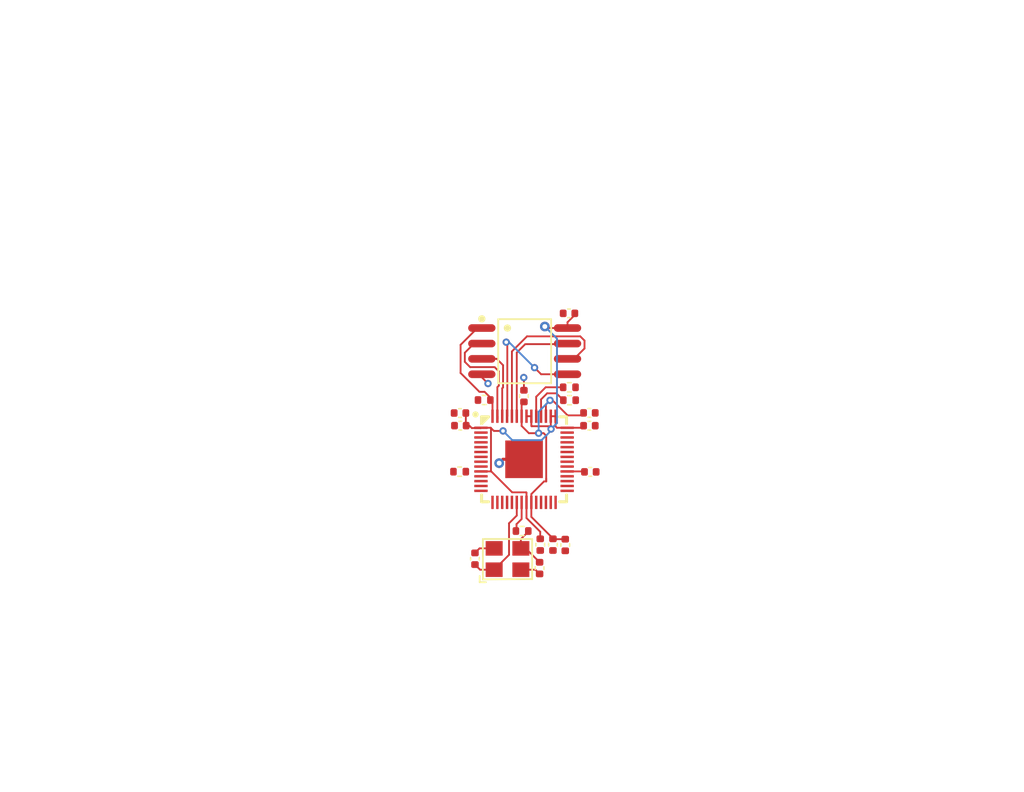
<source format=kicad_pcb>
(kicad_pcb (version 20240108) (generator "pcbnew") (generator_version "8.0")
  (layers (0 "F.Cu" signal) (31 "B.Cu" signal) (34 "B.Paste" user) (35 "F.Paste" user) (36 "B.SilkS" user "B.Silkscreen") (37 "F.SilkS" user "F.Silkscreen") (38 "B.Mask" user) (39 "F.Mask" user) (44 "Edge.Cuts" user))
  (net 0 "")
  (net 1 "cs")
  (net 2 "io1")
  (net 3 "io2")
  (net 4 "gnd")
  (net 5 "vcc")
  (net 6 "io3")
  (net 7 "sck")
  (net 8 "io0")
  (net 9 "xout")
  (net 10 "out")
  (net 11 "cs-1")
  (net 12 "dp")
  (net 13 "dm")
  (net 14 "tx")
  (net 15 "run")
  (net 16 "xin")
  (net 17 "gpio0")
  (net 18 "gpio1")
  (net 19 "gpio2")
  (net 20 "gpio3")
  (net 21 "rx")
  (net 22 "sda")
  (net 23 "gpio6")
  (net 24 "gpio7")
  (net 25 "miso")
  (net 26 "scl")
  (net 27 "sck-1")
  (net 28 "mosi")
  (net 29 "gpio12")
  (net 30 "gpio13")
  (net 31 "gpio14")
  (net 32 "gpio15")
  (net 33 "micro-vcc")
  (net 34 "swclk")
  (net 35 "swdio")
  (net 36 "gpio16")
  (net 37 "gpio17")
  (net 38 "gpio18")
  (net 39 "gpio19")
  (net 40 "gpio22")
  (net 41 "gpio23")
  (net 42 "gpio24")
  (net 43 "gpio25")
  (net 44 "gpio26_a0")
  (net 45 "gpio27_a1")
  (net 46 "gpio28_a2")
  (net 47 "gpio29_a3")
  (net 48 "usb_dp")
  (net 49 "usb_dm")
  (footprint "lib:R0402" (layer "F.Cu") (at 153.238523 96.556834)
    (property "Reference" "R4" (hide yes))
    (property "Value" "62.5mW Thick Film Resistors ±100ppm/℃ ±1% 27Ω 0402  Chip Resistor - Surface Mount ROHS")
    (fp_line (start -0.153641 -0.38) (end 0.153641 -0.38) (stroke (width 0.12)) (layer "F.SilkS"))
    (fp_line (start -0.153641 0.38) (end 0.153641 0.38) (stroke (width 0.12)) (layer "F.SilkS"))
    (pad "1" smd roundrect (at -0.51 0) (size 0.54 0.64) (layers "F.Cu" "F.Paste" "F.Mask") (net 48 "usb_dp"))
    (pad "2" smd roundrect (at 0.51 0) (size 0.54 0.64) (layers "F.Cu" "F.Paste" "F.Mask") (net 12 "dp"))
  )
  (footprint "lib:R0402" (layer "F.Cu") (at 146.222798 97.605869)
    (property "Reference" "R2" (hide yes))
    (property "Value" "62.5mW Thick Film Resistors ±100ppm/℃ ±1% 10kΩ 0402  Chip Resistor - Surface Mount ROHS")
    (fp_line (start -0.153641 -0.38) (end 0.153641 -0.38) (stroke (width 0.12)) (layer "F.SilkS"))
    (fp_line (start -0.153641 0.38) (end 0.153641 0.38) (stroke (width 0.12)) (layer "F.SilkS"))
    (pad "1" smd roundrect (at -0.51 0) (size 0.54 0.64) (layers "F.Cu" "F.Paste" "F.Mask") (net 5 "vcc"))
    (pad "2" smd roundrect (at 0.51 0) (size 0.54 0.64) (layers "F.Cu" "F.Paste" "F.Mask") (net 11 "cs-1"))
  )
  (footprint "lib:C0402" (layer "F.Cu") (at 144.230348 98.677681 180)
    (property "Reference" "C5" (hide yes))
    (property "Value" "16V 100nF X7R ±10% 0402  Multilayer Ceramic Capacitors MLCC - SMD/SMT ROHS")
    (fp_line (start -0.107836 0.36) (end 0.107836 0.36) (stroke (width 0.12)) (layer "F.SilkS"))
    (fp_line (start -0.107836 -0.36) (end 0.107836 -0.36) (stroke (width 0.12)) (layer "F.SilkS"))
    (pad "1" smd roundrect (at -0.48 0 180) (size 0.56 0.62) (layers "F.Cu" "F.Paste" "F.Mask") (net 5 "vcc"))
    (pad "2" smd roundrect (at 0.48 0 180) (size 0.56 0.62) (layers "F.Cu" "F.Paste" "F.Mask") (net 4 "gnd"))
  )
  (footprint "lib:C0402" (layer "F.Cu") (at 145.464172 110.689988 90)
    (property "Reference" "C1" (hide yes))
    (property "Value" "50V 20pF C0G ±5% 0402  Multilayer Ceramic Capacitors MLCC - SMD/SMT ROHS" (hide yes))
    (fp_line (start -0.107836 -0.36) (end 0.107836 -0.36) (stroke (width 0.12)) (layer "F.SilkS"))
    (fp_line (start -0.107836 0.36) (end 0.107836 0.36) (stroke (width 0.12)) (layer "F.SilkS"))
    (pad "1" smd roundrect (at -0.48 0 90) (size 0.56 0.62) (layers "F.Cu" "F.Paste" "F.Mask") (net 16 "xin"))
    (pad "2" smd roundrect (at 0.48 0 90) (size 0.56 0.62) (layers "F.Cu" "F.Paste" "F.Mask") (net 4 "gnd"))
  )
  (footprint "lib:C0402" (layer "F.Cu") (at 154.96603 103.52919)
    (property "Reference" "C7" (hide yes))
    (property "Value" "16V 100nF X7R ±10% 0402  Multilayer Ceramic Capacitors MLCC - SMD/SMT ROHS")
    (fp_line (start -0.107836 -0.36) (end 0.107836 -0.36) (stroke (width 0.12)) (layer "F.SilkS"))
    (fp_line (start -0.107836 0.36) (end 0.107836 0.36) (stroke (width 0.12)) (layer "F.SilkS"))
    (pad "1" smd roundrect (at -0.48 0) (size 0.56 0.62) (layers "F.Cu" "F.Paste" "F.Mask") (net 5 "vcc"))
    (pad "2" smd roundrect (at 0.48 0) (size 0.56 0.62) (layers "F.Cu" "F.Paste" "F.Mask") (net 4 "gnd"))
  )
  (footprint "lib:C0402" (layer "F.Cu") (at 151.887643 109.527776 -90)
    (property "Reference" "C11" (hide yes))
    (property "Value" "16V 100nF X7R ±10% 0402  Multilayer Ceramic Capacitors MLCC - SMD/SMT ROHS" (hide yes))
    (fp_line (start -0.107836 0.36) (end 0.107836 0.36) (stroke (width 0.12)) (layer "F.SilkS"))
    (fp_line (start -0.107836 -0.36) (end 0.107836 -0.36) (stroke (width 0.12)) (layer "F.SilkS"))
    (pad "1" smd roundrect (at -0.48 0 270) (size 0.56 0.62) (layers "F.Cu" "F.Paste" "F.Mask") (net 33 "micro-vcc"))
    (pad "2" smd roundrect (at 0.48 0 270) (size 0.56 0.62) (layers "F.Cu" "F.Paste" "F.Mask") (net 4 "gnd"))
  )
  (footprint "lib:C0402" (layer "F.Cu") (at 154.890423 98.666141)
    (property "Reference" "C10" (hide yes))
    (property "Value" "16V 100nF X7R ±10% 0402  Multilayer Ceramic Capacitors MLCC - SMD/SMT ROHS")
    (fp_line (start -0.107836 -0.36) (end 0.107836 -0.36) (stroke (width 0.12)) (layer "F.SilkS"))
    (fp_line (start -0.107836 0.36) (end 0.107836 0.36) (stroke (width 0.12)) (layer "F.SilkS"))
    (pad "1" smd roundrect (at -0.48 0) (size 0.56 0.62) (layers "F.Cu" "F.Paste" "F.Mask") (net 33 "micro-vcc"))
    (pad "2" smd roundrect (at 0.48 0) (size 0.56 0.62) (layers "F.Cu" "F.Paste" "F.Mask") (net 4 "gnd"))
  )
  (footprint "lib:C0402" (layer "F.Cu") (at 149.497096 97.281717 90)
    (property "Reference" "C9" (hide yes))
    (property "Value" "16V 100nF X7R ±10% 0402  Multilayer Ceramic Capacitors MLCC - SMD/SMT ROHS")
    (fp_line (start -0.107836 -0.36) (end 0.107836 -0.36) (stroke (width 0.12)) (layer "F.SilkS"))
    (fp_line (start -0.107836 0.36) (end 0.107836 0.36) (stroke (width 0.12)) (layer "F.SilkS"))
    (pad "1" smd roundrect (at -0.48 0 90) (size 0.56 0.62) (layers "F.Cu" "F.Paste" "F.Mask") (net 33 "micro-vcc"))
    (pad "2" smd roundrect (at 0.48 0 90) (size 0.56 0.62) (layers "F.Cu" "F.Paste" "F.Mask") (net 4 "gnd"))
  )
  (footprint "lib:C0402" (layer "F.Cu") (at 152.901847 109.556211 -90)
    (property "Reference" "C12" (hide yes))
    (property "Value" "25V 1uF X5R ±10% 0402  Multilayer Ceramic Capacitors MLCC - SMD/SMT ROHS" (hide yes))
    (fp_line (start -0.107836 0.36) (end 0.107836 0.36) (stroke (width 0.12)) (layer "F.SilkS"))
    (fp_line (start -0.107836 -0.36) (end 0.107836 -0.36) (stroke (width 0.12)) (layer "F.SilkS"))
    (pad "1" smd roundrect (at -0.48 0 270) (size 0.56 0.62) (layers "F.Cu" "F.Paste" "F.Mask") (net 33 "micro-vcc"))
    (pad "2" smd roundrect (at 0.48 0 270) (size 0.56 0.62) (layers "F.Cu" "F.Paste" "F.Mask") (net 4 "gnd"))
  )
  (footprint "lib:C0402" (layer "F.Cu") (at 150.788293 111.459917 -90)
    (property "Reference" "C2" (hide yes))
    (property "Value" "50V 20pF C0G ±5% 0402  Multilayer Ceramic Capacitors MLCC - SMD/SMT ROHS" (hide yes))
    (fp_line (start -0.107836 0.36) (end 0.107836 0.36) (stroke (width 0.12)) (layer "F.SilkS"))
    (fp_line (start -0.107836 -0.36) (end 0.107836 -0.36) (stroke (width 0.12)) (layer "F.SilkS"))
    (pad "1" smd roundrect (at -0.48 0 270) (size 0.56 0.62) (layers "F.Cu" "F.Paste" "F.Mask") (net 10 "out"))
    (pad "2" smd roundrect (at 0.48 0 270) (size 0.56 0.62) (layers "F.Cu" "F.Paste" "F.Mask") (net 4 "gnd"))
  )
  (footprint "lib:R0402" (layer "F.Cu") (at 153.251479 97.619289 180)
    (property "Reference" "R5" (hide yes))
    (property "Value" "62.5mW Thick Film Resistors ±100ppm/℃ ±1% 27Ω 0402  Chip Resistor - Surface Mount ROHS")
    (fp_line (start -0.153641 0.38) (end 0.153641 0.38) (stroke (width 0.12)) (layer "F.SilkS"))
    (fp_line (start -0.153641 -0.38) (end 0.153641 -0.38) (stroke (width 0.12)) (layer "F.SilkS"))
    (pad "1" smd roundrect (at -0.51 0 180) (size 0.54 0.64) (layers "F.Cu" "F.Paste" "F.Mask") (net 13 "dm"))
    (pad "2" smd roundrect (at 0.51 0 180) (size 0.54 0.64) (layers "F.Cu" "F.Paste" "F.Mask") (net 49 "usb_dm"))
  )
  (footprint "lib:OSC-SMD_4P-L3.2-W2.5-BL" (layer "F.Cu") (at 148.145228 110.713217)
    (property "Reference" "U2" (hide yes))
    (property "Value" "")
    (fp_line (start -2.29 1.4) (end -2.29 1.91) (stroke (width 0.15)) (layer "F.SilkS"))
    (fp_line (start -2.29 1.91) (end -1.78 1.91) (stroke (width 0.15)) (layer "F.SilkS"))
    (fp_line (start -2.03 -1.65) (end 2.03 -1.65) (stroke (width 0.15)) (layer "F.SilkS"))
    (fp_line (start -2.03 1.68) (end -2.03 -1.65) (stroke (width 0.15)) (layer "F.SilkS"))
    (fp_line (start 2.03 -1.65) (end 2.03 0) (stroke (width 0.15)) (layer "F.SilkS"))
    (fp_line (start 2.03 0) (end 2.03 1.65) (stroke (width 0.15)) (layer "F.SilkS"))
    (fp_line (start 2.03 1.65) (end -2.03 1.68) (stroke (width 0.15)) (layer "F.SilkS"))
    (fp_line (start 2.03 1.65) (end 2.03 1.65) (stroke (width 0.15)) (layer "F.SilkS"))
    (pad "1" smd rect (at -1.1 0.88) (size 1.4 1.2) (layers "F.Cu" "F.Paste" "F.Mask") (net 16 "xin"))
    (pad "2" smd rect (at 1.1 0.88) (size 1.4 1.2) (layers "F.Cu" "F.Paste" "F.Mask") (net 4 "gnd"))
    (pad "3" smd rect (at 1.1 -0.88) (size 1.4 1.2) (layers "F.Cu" "F.Paste" "F.Mask") (net 10 "out"))
    (pad "4" smd rect (at -1.1 -0.88) (size 1.4 1.2) (layers "F.Cu" "F.Paste" "F.Mask") (net 4 "gnd"))
  )
  (footprint "lib:C0402" (layer "F.Cu") (at 153.210635 90.46119 180)
    (property "Reference" "C8" (hide yes))
    (property "Value" "25V 1uF X5R ±10% 0402  Multilayer Ceramic Capacitors MLCC - SMD/SMT ROHS")
    (fp_line (start -0.107836 0.36) (end 0.107836 0.36) (stroke (width 0.12)) (layer "F.SilkS"))
    (fp_line (start -0.107836 -0.36) (end 0.107836 -0.36) (stroke (width 0.12)) (layer "F.SilkS"))
    (pad "1" smd roundrect (at -0.48 0 180) (size 0.56 0.62) (layers "F.Cu" "F.Paste" "F.Mask") (net 5 "vcc"))
    (pad "2" smd roundrect (at 0.48 0 180) (size 0.56 0.62) (layers "F.Cu" "F.Paste" "F.Mask") (net 4 "gnd"))
  )
  (footprint "lib:R0402" (layer "F.Cu") (at 149.347255 108.40503)
    (property "Reference" "R3" (hide yes))
    (property "Value" "62.5mW Thick Film Resistors ±100ppm/℃ ±1% 1kΩ 0402  Chip Resistor - Surface Mount ROHS")
    (fp_line (start -0.153641 -0.38) (end 0.153641 -0.38) (stroke (width 0.12)) (layer "F.SilkS"))
    (fp_line (start -0.153641 0.38) (end 0.153641 0.38) (stroke (width 0.12)) (layer "F.SilkS"))
    (pad "1" smd roundrect (at -0.51 0) (size 0.54 0.64) (layers "F.Cu" "F.Paste" "F.Mask") (net 9 "xout"))
    (pad "2" smd roundrect (at 0.51 0) (size 0.54 0.64) (layers "F.Cu" "F.Paste" "F.Mask") (net 10 "out"))
  )
  (footprint "lib:C0402" (layer "F.Cu") (at 150.840688 109.527776 -90)
    (property "Reference" "C3" (hide yes))
    (property "Value" "16V 100nF X7R ±10% 0402  Multilayer Ceramic Capacitors MLCC - SMD/SMT ROHS" (hide yes))
    (fp_line (start -0.107836 0.36) (end 0.107836 0.36) (stroke (width 0.12)) (layer "F.SilkS"))
    (fp_line (start -0.107836 -0.36) (end 0.107836 -0.36) (stroke (width 0.12)) (layer "F.SilkS"))
    (pad "1" smd roundrect (at -0.48 0 270) (size 0.56 0.62) (layers "F.Cu" "F.Paste" "F.Mask") (net 5 "vcc"))
    (pad "2" smd roundrect (at 0.48 0 270) (size 0.56 0.62) (layers "F.Cu" "F.Paste" "F.Mask") (net 4 "gnd"))
  )
  (footprint "lib:LQFN-56_L7.0-W7.0-P0.4-EP" (layer "F.Cu") (at 149.508194 102.491658)
    (property "Reference" "U1" (hide yes))
    (property "Value" "")
    (fp_line (start -3.5 -3.5) (end -2.93 -3.5) (stroke (width 0.25)) (layer "F.SilkS"))
    (fp_line (start -3.5 -2.93) (end -3.5 -3.5) (stroke (width 0.25)) (layer "F.SilkS"))
    (fp_line (start -3.5 -2.93) (end -2.93 -3.5) (stroke (width 0.25)) (layer "F.SilkS"))
    (fp_line (start -3.5 3.5) (end -3.5 2.93) (stroke (width 0.25)) (layer "F.SilkS"))
    (fp_line (start -3.4 3.5) (end -3.5 3.5) (stroke (width 0.25)) (layer "F.SilkS"))
    (fp_line (start -3.24 -3.5) (end -3.24 -3.4) (stroke (width 0.25)) (layer "F.SilkS"))
    (fp_line (start -3.24 -3.4) (end -3.5 -3.14) (stroke (width 0.25)) (layer "F.SilkS"))
    (fp_line (start -2.93 3.5) (end -3.4 3.5) (stroke (width 0.25)) (layer "F.SilkS"))
    (fp_line (start 2.93 -3.5) (end 3.5 -3.5) (stroke (width 0.25)) (layer "F.SilkS"))
    (fp_line (start 3.5 -3.5) (end 3.5 -2.93) (stroke (width 0.25)) (layer "F.SilkS"))
    (fp_line (start 3.5 2.93) (end 3.5 3.5) (stroke (width 0.25)) (layer "F.SilkS"))
    (fp_line (start 3.5 3.5) (end 2.93 3.5) (stroke (width 0.25)) (layer "F.SilkS"))
    (fp_circle (center -4 -3.7) (end -3.87 -3.7) (stroke (width 0.25)) (fill none) (layer "F.SilkS"))
    (pad "1" smd rect (at -3.55 -2.6) (size 1.1 0.2) (layers "F.Cu" "F.Paste" "F.Mask") (net 5 "vcc"))
    (pad "2" smd rect (at -3.55 -2.2) (size 1.1 0.2) (layers "F.Cu" "F.Paste" "F.Mask") (net 17 "gpio0"))
    (pad "3" smd rect (at -3.55 -1.8) (size 1.1 0.2) (layers "F.Cu" "F.Paste" "F.Mask") (net 18 "gpio1"))
    (pad "4" smd rect (at -3.55 -1.4) (size 1.1 0.2) (layers "F.Cu" "F.Paste" "F.Mask") (net 19 "gpio2"))
    (pad "5" smd rect (at -3.55 -1) (size 1.1 0.2) (layers "F.Cu" "F.Paste" "F.Mask") (net 20 "gpio3"))
    (pad "6" smd rect (at -3.55 -0.6) (size 1.1 0.2) (layers "F.Cu" "F.Paste" "F.Mask") (net 14 "tx"))
    (pad "7" smd rect (at -3.55 -0.2) (size 1.1 0.2) (layers "F.Cu" "F.Paste" "F.Mask") (net 21 "rx"))
    (pad "8" smd rect (at -3.55 0.2) (size 1.1 0.2) (layers "F.Cu" "F.Paste" "F.Mask") (net 23 "gpio6"))
    (pad "9" smd rect (at -3.55 0.6) (size 1.1 0.2) (layers "F.Cu" "F.Paste" "F.Mask") (net 24 "gpio7"))
    (pad "10" smd rect (at -3.55 1) (size 1.1 0.2) (layers "F.Cu" "F.Paste" "F.Mask") (net 5 "vcc"))
    (pad "11" smd rect (at -3.55 1.4) (size 1.1 0.2) (layers "F.Cu" "F.Paste" "F.Mask") (net 25 "miso"))
    (pad "12" smd rect (at -3.55 1.8) (size 1.1 0.2) (layers "F.Cu" "F.Paste" "F.Mask") (net 1 "cs"))
    (pad "13" smd rect (at -3.55 2.2) (size 1.1 0.2) (layers "F.Cu" "F.Paste" "F.Mask") (net 7 "sck"))
    (pad "14" smd rect (at -3.55 2.6) (size 1.1 0.2) (layers "F.Cu" "F.Paste" "F.Mask") (net 28 "mosi"))
    (pad "15" smd rect (at -2.6 3.55 90) (size 1.1 0.2) (layers "F.Cu" "F.Paste" "F.Mask") (net 29 "gpio12"))
    (pad "16" smd rect (at -2.2 3.55 90) (size 1.1 0.2) (layers "F.Cu" "F.Paste" "F.Mask") (net 30 "gpio13"))
    (pad "17" smd rect (at -1.8 3.55 90) (size 1.1 0.2) (layers "F.Cu" "F.Paste" "F.Mask") (net 31 "gpio14"))
    (pad "18" smd rect (at -1.4 3.55 90) (size 1.1 0.2) (layers "F.Cu" "F.Paste" "F.Mask") (net 32 "gpio15"))
    (pad "19" smd rect (at -1 3.55 90) (size 1.1 0.2) (layers "F.Cu" "F.Paste" "F.Mask") (net 4 "gnd"))
    (pad "20" smd rect (at -0.6 3.55 90) (size 1.1 0.2) (layers "F.Cu" "F.Paste" "F.Mask") (net 16 "xin"))
    (pad "21" smd rect (at -0.2 3.55 90) (size 1.1 0.2) (layers "F.Cu" "F.Paste" "F.Mask") (net 9 "xout"))
    (pad "22" smd rect (at 0.2 3.55 90) (size 1.1 0.2) (layers "F.Cu" "F.Paste" "F.Mask") (net 5 "vcc"))
    (pad "23" smd rect (at 0.6 3.55 90) (size 1.1 0.2) (layers "F.Cu" "F.Paste" "F.Mask") (net 33 "micro-vcc"))
    (pad "24" smd rect (at 1 3.55 90) (size 1.1 0.2) (layers "F.Cu" "F.Paste" "F.Mask") (net 34 "swclk"))
    (pad "25" smd rect (at 1.4 3.55 90) (size 1.1 0.2) (layers "F.Cu" "F.Paste" "F.Mask") (net 35 "swdio"))
    (pad "26" smd rect (at 1.8 3.55 90) (size 1.1 0.2) (layers "F.Cu" "F.Paste" "F.Mask") (net 15 "run"))
    (pad "27" smd rect (at 2.2 3.55 90) (size 1.1 0.2) (layers "F.Cu" "F.Paste" "F.Mask") (net 36 "gpio16"))
    (pad "28" smd rect (at 2.6 3.55 90) (size 1.1 0.2) (layers "F.Cu" "F.Paste" "F.Mask") (net 37 "gpio17"))
    (pad "29" smd rect (at 3.55 2.6 180) (size 1.1 0.2) (layers "F.Cu" "F.Paste" "F.Mask") (net 38 "gpio18"))
    (pad "30" smd rect (at 3.55 2.2 180) (size 1.1 0.2) (layers "F.Cu" "F.Paste" "F.Mask") (net 39 "gpio19"))
    (pad "31" smd rect (at 3.55 1.8 180) (size 1.1 0.2) (layers "F.Cu" "F.Paste" "F.Mask") (net 22 "sda"))
    (pad "32" smd rect (at 3.55 1.4 180) (size 1.1 0.2) (layers "F.Cu" "F.Paste" "F.Mask") (net 26 "scl"))
    (pad "33" smd rect (at 3.55 1 180) (size 1.1 0.2) (layers "F.Cu" "F.Paste" "F.Mask") (net 5 "vcc"))
    (pad "34" smd rect (at 3.55 0.6 180) (size 1.1 0.2) (layers "F.Cu" "F.Paste" "F.Mask") (net 40 "gpio22"))
    (pad "35" smd rect (at 3.55 0.2 180) (size 1.1 0.2) (layers "F.Cu" "F.Paste" "F.Mask") (net 41 "gpio23"))
    (pad "36" smd rect (at 3.55 -0.2 180) (size 1.1 0.2) (layers "F.Cu" "F.Paste" "F.Mask") (net 42 "gpio24"))
    (pad "37" smd rect (at 3.55 -0.6 180) (size 1.1 0.2) (layers "F.Cu" "F.Paste" "F.Mask") (net 43 "gpio25"))
    (pad "38" smd rect (at 3.55 -1 180) (size 1.1 0.2) (layers "F.Cu" "F.Paste" "F.Mask") (net 44 "gpio26_a0"))
    (pad "39" smd rect (at 3.55 -1.4 180) (size 1.1 0.2) (layers "F.Cu" "F.Paste" "F.Mask") (net 45 "gpio27_a1"))
    (pad "40" smd rect (at 3.55 -1.8 180) (size 1.1 0.2) (layers "F.Cu" "F.Paste" "F.Mask") (net 46 "gpio28_a2"))
    (pad "41" smd rect (at 3.55 -2.2 180) (size 1.1 0.2) (layers "F.Cu" "F.Paste" "F.Mask") (net 47 "gpio29_a3"))
    (pad "42" smd rect (at 3.55 -2.6 180) (size 1.1 0.2) (layers "F.Cu" "F.Paste" "F.Mask") (net 5 "vcc"))
    (pad "43" smd rect (at 2.6 -3.55 270) (size 1.1 0.2) (layers "F.Cu" "F.Paste" "F.Mask") (net 5 "vcc"))
    (pad "44" smd rect (at 2.2 -3.55 270) (size 1.1 0.2) (layers "F.Cu" "F.Paste" "F.Mask") (net 5 "vcc"))
    (pad "45" smd rect (at 1.8 -3.55 270) (size 1.1 0.2) (layers "F.Cu" "F.Paste" "F.Mask") (net 33 "micro-vcc"))
    (pad "46" smd rect (at 1.4 -3.55 270) (size 1.1 0.2) (layers "F.Cu" "F.Paste" "F.Mask") (net 49 "usb_dm"))
    (pad "47" smd rect (at 1 -3.55 270) (size 1.1 0.2) (layers "F.Cu" "F.Paste" "F.Mask") (net 48 "usb_dp"))
    (pad "48" smd rect (at 0.6 -3.55 270) (size 1.1 0.2) (layers "F.Cu" "F.Paste" "F.Mask") (net 5 "vcc"))
    (pad "49" smd rect (at 0.2 -3.55 270) (size 1.1 0.2) (layers "F.Cu" "F.Paste" "F.Mask") (net 5 "vcc"))
    (pad "50" smd rect (at -0.2 -3.55 270) (size 1.1 0.2) (layers "F.Cu" "F.Paste" "F.Mask") (net 33 "micro-vcc"))
    (pad "51" smd rect (at -0.6 -3.55 270) (size 1.1 0.2) (layers "F.Cu" "F.Paste" "F.Mask") (net 6 "io3"))
    (pad "52" smd rect (at -1 -3.55 270) (size 1.1 0.2) (layers "F.Cu" "F.Paste" "F.Mask") (net 27 "sck-1"))
    (pad "53" smd rect (at -1.4 -3.55 270) (size 1.1 0.2) (layers "F.Cu" "F.Paste" "F.Mask") (net 8 "io0"))
    (pad "54" smd rect (at -1.8 -3.55 270) (size 1.1 0.2) (layers "F.Cu" "F.Paste" "F.Mask") (net 3 "io2"))
    (pad "55" smd rect (at -2.2 -3.55 270) (size 1.1 0.2) (layers "F.Cu" "F.Paste" "F.Mask") (net 2 "io1"))
    (pad "56" smd rect (at -2.6 -3.55 270) (size 1.1 0.2) (layers "F.Cu" "F.Paste" "F.Mask") (net 11 "cs-1"))
    (pad "57" smd rect (at 0 0) (size 3.1 3.1) (layers "F.Cu" "F.Paste" "F.Mask") (net 4 "gnd"))
  )
  (footprint "lib:R0402" (layer "F.Cu") (at 144.201163 103.510786 180)
    (property "Reference" "R1" (hide yes))
    (property "Value" "62.5mW Thick Film Resistors ±100ppm/℃ ±1% 10kΩ 0402  Chip Resistor - Surface Mount ROHS")
    (fp_line (start -0.153641 0.38) (end 0.153641 0.38) (stroke (width 0.12)) (layer "F.SilkS"))
    (fp_line (start -0.153641 -0.38) (end 0.153641 -0.38) (stroke (width 0.12)) (layer "F.SilkS"))
    (pad "1" smd roundrect (at -0.51 0 180) (size 0.54 0.64) (layers "F.Cu" "F.Paste" "F.Mask") (net 5 "vcc"))
    (pad "2" smd roundrect (at 0.51 0 180) (size 0.54 0.64) (layers "F.Cu" "F.Paste" "F.Mask") (net 15 "run"))
  )
  (footprint "lib:C0402" (layer "F.Cu") (at 144.258384 99.716407 180)
    (property "Reference" "C6" (hide yes))
    (property "Value" "16V 100nF X7R ±10% 0402  Multilayer Ceramic Capacitors MLCC - SMD/SMT ROHS")
    (fp_line (start -0.107836 0.36) (end 0.107836 0.36) (stroke (width 0.12)) (layer "F.SilkS"))
    (fp_line (start -0.107836 -0.36) (end 0.107836 -0.36) (stroke (width 0.12)) (layer "F.SilkS"))
    (pad "1" smd roundrect (at -0.48 0 180) (size 0.56 0.62) (layers "F.Cu" "F.Paste" "F.Mask") (net 5 "vcc"))
    (pad "2" smd roundrect (at 0.48 0 180) (size 0.56 0.62) (layers "F.Cu" "F.Paste" "F.Mask") (net 4 "gnd"))
  )
  (footprint "lib:C0402" (layer "F.Cu") (at 154.890423 99.722881)
    (property "Reference" "C4" (hide yes))
    (property "Value" "16V 100nF X7R ±10% 0402  Multilayer Ceramic Capacitors MLCC - SMD/SMT ROHS")
    (fp_line (start -0.107836 -0.36) (end 0.107836 -0.36) (stroke (width 0.12)) (layer "F.SilkS"))
    (fp_line (start -0.107836 0.36) (end 0.107836 0.36) (stroke (width 0.12)) (layer "F.SilkS"))
    (pad "1" smd roundrect (at -0.48 0) (size 0.56 0.62) (layers "F.Cu" "F.Paste" "F.Mask") (net 5 "vcc"))
    (pad "2" smd roundrect (at 0.48 0) (size 0.56 0.62) (layers "F.Cu" "F.Paste" "F.Mask") (net 4 "gnd"))
  )
  (footprint "lib:SOIC-8_L5.3-W5.3-P1.27-LS8.0-BL" (layer "F.Cu") (at 149.558508 93.58273 -90)
    (property "Reference" "U3" (hide yes))
    (property "Value" "")
    (fp_line (start -2.64 2.18) (end -2.64 -2.18) (stroke (width 0.15)) (layer "F.SilkS"))
    (fp_line (start 2.64 2.18) (end -2.64 2.18) (stroke (width 0.15)) (layer "F.SilkS"))
    (fp_line (start -2.64 -2.18) (end 2.64 -2.18) (stroke (width 0.15)) (layer "F.SilkS"))
    (fp_line (start 2.64 -2.18) (end 2.64 2.18) (stroke (width 0.15)) (layer "F.SilkS"))
    (fp_circle (center -2.67 3.53) (end -2.52 3.53) (stroke (width 0.3)) (fill none) (layer "F.SilkS"))
    (fp_circle (center -1.91 1.42) (end -1.76 1.42) (stroke (width 0.3)) (fill none) (layer "F.SilkS"))
    (pad "1" smd oval (at -1.91 3.53 270) (size 0.63 2.25) (layers "F.Cu" "F.Paste" "F.Mask") (net 11 "cs-1"))
    (pad "2" smd oval (at -0.63 3.53 270) (size 0.63 2.25) (layers "F.Cu" "F.Paste" "F.Mask") (net 2 "io1"))
    (pad "3" smd oval (at 0.63 3.53 270) (size 0.63 2.25) (layers "F.Cu" "F.Paste" "F.Mask") (net 3 "io2"))
    (pad "4" smd oval (at 1.9 3.53 270) (size 0.63 2.25) (layers "F.Cu" "F.Paste" "F.Mask") (net 4 "gnd"))
    (pad "5" smd oval (at 1.9 -3.53 270) (size 0.63 2.25) (layers "F.Cu" "F.Paste" "F.Mask") (net 8 "io0"))
    (pad "6" smd oval (at 0.63 -3.53 270) (size 0.63 2.25) (layers "F.Cu" "F.Paste" "F.Mask") (net 27 "sck-1"))
    (pad "7" smd oval (at -0.63 -3.53 270) (size 0.63 2.25) (layers "F.Cu" "F.Paste" "F.Mask") (net 6 "io3"))
    (pad "8" smd oval (at -1.91 -3.53 270) (size 0.63 2.25) (layers "F.Cu" "F.Paste" "F.Mask") (net 5 "vcc"))
  )
  (segment (start 147.308194 98.941658) (end 147.333194 98.966658) (width 0.15) (layer "F.Cu") (net 2))
  (segment (start 145.383508 92.95273) (end 144.628508 93.70773) (width 0.15) (layer "F.Cu") (net 2))
  (segment (start 147.082894 94.89273) (end 147.428508 95.238344) (width 0.15) (layer "F.Cu") (net 2))
  (segment (start 147.428508 95.238344) (end 147.428508 96.426156) (width 0.15) (layer "F.Cu") (net 2))
  (segment (start 146.028508 92.95273) (end 145.383508 92.95273) (width 0.15) (layer "F.Cu") (net 2))
  (segment (start 147.333194 98.966658) (end 147.333194 99.166658) (width 0.15) (layer "F.Cu") (net 2))
  (segment (start 145.064122 94.89273) (end 147.082894 94.89273) (width 0.15) (layer "F.Cu") (net 2))
  (segment (start 147.428508 96.426156) (end 147.308194 96.54647) (width 0.15) (layer "F.Cu") (net 2))
  (segment (start 147.308194 96.54647) (end 147.308194 98.941658) (width 0.15) (layer "F.Cu") (net 2))
  (segment (start 144.628508 94.457116) (end 145.064122 94.89273) (width 0.15) (layer "F.Cu") (net 2))
  (segment (start 144.628508 93.70773) (end 144.628508 94.457116) (width 0.15) (layer "F.Cu") (net 2))
  (segment (start 147.778508 94.733524) (end 147.778508 96.571131) (width 0.15) (layer "F.Cu") (net 3))
  (segment (start 147.778508 96.571131) (end 147.708194 96.641445) (width 0.15) (layer "F.Cu") (net 3))
  (segment (start 147.257714 94.21273) (end 147.778508 94.733524) (width 0.15) (layer "F.Cu") (net 3))
  (segment (start 146.028508 94.21273) (end 147.257714 94.21273) (width 0.15) (layer "F.Cu") (net 3))
  (segment (start 147.708194 96.641445) (end 147.708194 98.941658) (width 0.15) (layer "F.Cu") (net 3))
  (segment (start 149.497096 95.766952) (end 149.497096 96.801717) (width 0.15) (layer "F.Cu") (net 4))
  (segment (start 146.028508 95.735129) (end 146.538394 96.245015) (width 0.15) (layer "F.Cu") (net 4))
  (segment (start 146.028508 95.48273) (end 146.028508 95.735129) (width 0.15) (layer "F.Cu") (net 4))
  (segment (start 150.441593 111.593217) (end 149.245228 111.593217) (width 0.15) (layer "F.Cu") (net 4))
  (segment (start 150.788293 111.939917) (end 150.441593 111.593217) (width 0.15) (layer "F.Cu") (net 4))
  (segment (start 147.045228 109.833217) (end 145.840943 109.833217) (width 0.15) (layer "F.Cu") (net 4))
  (segment (start 149.508194 102.491658) (end 147.776614 102.491658) (width 0.25) (layer "F.Cu") (net 4))
  (segment (start 147.776614 102.491658) (end 147.457694 102.810578) (width 0.25) (layer "F.Cu") (net 4))
  (segment (start 145.840943 109.833217) (end 145.464172 110.209988) (width 0.15) (layer "F.Cu") (net 4))
  (segment (start 149.482694 95.75255) (end 149.497096 95.766952) (width 0.15) (layer "F.Cu") (net 4))
  (via (at 149.482694 95.75255) (size 0.6) (drill 0.3) (layers "F.Cu" "B.Cu") (net 4))
  (via (at 146.538394 96.245015) (size 0.6) (drill 0.3) (layers "F.Cu" "B.Cu") (net 4))
  (via (at 147.457694 102.810578) (size 0.8) (drill 0.4) (layers "F.Cu" "B.Cu") (net 4))
  (segment (start 150.108194 99.741658) (end 150.133194 99.716658) (width 0.15) (layer "F.Cu") (net 5))
  (segment (start 151.683194 99.766658) (end 151.708194 99.741658) (width 0.15) (layer "F.Cu") (net 5))
  (segment (start 145.200681 99.916658) (end 145.933194 99.916658) (width 0.15) (layer "F.Cu") (net 5))
  (segment (start 153.088508 91.67273) (end 151.344266 91.67273) (width 0.15) (layer "F.Cu") (net 5))
  (segment (start 154.437906 99.918471) (end 154.411093 99.891658) (width 0.15) (layer "F.Cu") (net 5))
  (segment (start 152.108194 98.941658) (end 152.108194 99.786603) (width 0.15) (layer "F.Cu") (net 5))
  (segment (start 144.738384 99.716407) (end 145.00043 99.716407) (width 0.15) (layer "F.Cu") (net 5))
  (segment (start 151.344266 91.67273) (end 151.218194 91.546658) (width 0.15) (layer "F.Cu") (net 5))
  (segment (start 145.00043 99.716407) (end 145.200681 99.916658) (width 0.15) (layer "F.Cu") (net 5))
  (segment (start 150.133194 99.716658) (end 150.133194 99.766658) (width 0.15) (layer "F.Cu") (net 5))
  (segment (start 145.933194 99.916658) (end 145.958194 99.891658) (width 0.15) (layer "F.Cu") (net 5))
  (segment (start 146.758194 103.491658) (end 145.958194 103.491658) (width 0.15) (layer "F.Cu") (net 5))
  (segment (start 148.533194 105.216658) (end 149.683194 105.216658) (width 0.15) (layer "F.Cu") (net 5))
  (segment (start 150.133194 99.766658) (end 151.683194 99.766658) (width 0.15) (layer "F.Cu") (net 5))
  (segment (start 149.708194 106.041658) (end 149.708194 107.333341) (width 0.15) (layer "F.Cu") (net 5))
  (segment (start 145.958194 99.891658) (end 146.758194 99.891658) (width 0.15) (layer "F.Cu") (net 5))
  (segment (start 150.108194 98.941658) (end 150.108194 99.741658) (width 0.15) (layer "F.Cu") (net 5))
  (segment (start 150.840688 108.465835) (end 150.840688 109.047776) (width 0.15) (layer "F.Cu") (net 5))
  (segment (start 151.708194 99.741658) (end 151.708194 98.941658) (width 0.15) (layer "F.Cu") (net 5))
  (segment (start 152.213249 99.891658) (end 153.058194 99.891658) (width 0.15) (layer "F.Cu") (net 5))
  (segment (start 149.708194 105.241658) (end 149.708194 106.041658) (width 0.15) (layer "F.Cu") (net 5))
  (segment (start 154.448498 103.491658) (end 154.48603 103.52919) (width 0.15) (layer "F.Cu") (net 5))
  (segment (start 144.710348 98.677681) (end 144.710348 99.688371) (width 0.15) (layer "F.Cu") (net 5))
  (segment (start 153.088508 91.194414) (end 153.088508 91.67273) (width 0.15) (layer "F.Cu") (net 5))
  (segment (start 153.058194 103.491658) (end 154.448498 103.491658) (width 0.15) (layer "F.Cu") (net 5))
  (segment (start 146.758194 99.891658) (end 146.783194 99.916658) (width 0.15) (layer "F.Cu") (net 5))
  (segment (start 149.708194 98.941658) (end 150.108194 98.941658) (width 0.15) (layer "F.Cu") (net 5))
  (segment (start 144.710348 99.688371) (end 144.738384 99.716407) (width 0.15) (layer "F.Cu") (net 5))
  (segment (start 153.690635 90.592287) (end 153.088508 91.194414) (width 0.15) (layer "F.Cu") (net 5))
  (segment (start 146.783194 103.466658) (end 146.758194 103.491658) (width 0.15) (layer "F.Cu") (net 5))
  (segment (start 146.783194 99.916658) (end 147.020876 100.15434) (width 0.15) (layer "F.Cu") (net 5))
  (segment (start 147.020876 100.15434) (end 147.775986 100.15434) (width 0.15) (layer "F.Cu") (net 5))
  (segment (start 149.683194 105.216658) (end 149.708194 105.241658) (width 0.15) (layer "F.Cu") (net 5))
  (segment (start 154.411093 99.891658) (end 153.058194 99.891658) (width 0.15) (layer "F.Cu") (net 5))
  (segment (start 152.108194 98.941658) (end 151.708194 98.941658) (width 0.15) (layer "F.Cu") (net 5))
  (segment (start 152.108194 99.786603) (end 152.213249 99.891658) (width 0.15) (layer "F.Cu") (net 5))
  (segment (start 153.690635 90.46119) (end 153.690635 90.592287) (width 0.15) (layer "F.Cu") (net 5))
  (segment (start 146.783194 103.466658) (end 148.533194 105.216658) (width 0.15) (layer "F.Cu") (net 5))
  (segment (start 146.783194 99.916658) (end 146.783194 103.466658) (width 0.15) (layer "F.Cu") (net 5))
  (segment (start 149.708194 107.333341) (end 150.840688 108.465835) (width 0.15) (layer "F.Cu") (net 5))
  (via (at 151.731643 99.996218) (size 0.6) (drill 0.3) (layers "F.Cu" "B.Cu") (net 5))
  (via (at 147.775986 100.15434) (size 0.6) (drill 0.3) (layers "F.Cu" "B.Cu") (net 5))
  (via (at 151.218194 91.546658) (size 0.8) (drill 0.4) (layers "F.Cu" "B.Cu") (net 5))
  (segment (start 152.220718 99.507143) (end 151.731643 99.996218) (width 0.15) (layer "B.Cu") (net 5))
  (segment (start 148.537804 100.916158) (end 147.775986 100.15434) (width 0.15) (layer "B.Cu") (net 5))
  (segment (start 150.947389 100.916158) (end 148.537804 100.916158) (width 0.15) (layer "B.Cu") (net 5))
  (segment (start 152.220718 92.549182) (end 152.220718 99.507143) (width 0.15) (layer "B.Cu") (net 5))
  (segment (start 151.731643 99.996218) (end 151.731643 100.131904) (width 0.15) (layer "B.Cu") (net 5))
  (segment (start 151.218194 91.546658) (end 152.220718 92.549182) (width 0.15) (layer "B.Cu") (net 5))
  (segment (start 151.731643 100.131904) (end 150.947389 100.916158) (width 0.15) (layer "B.Cu") (net 5))
  (segment (start 152.396238 93) (end 149.603762 93) (width 0.15) (layer "F.Cu") (net 6))
  (segment (start 148.908194 93.695568) (end 148.908194 98.941658) (width 0.15) (layer "F.Cu") (net 6))
  (segment (start 149.603762 93) (end 148.908194 93.695568) (width 0.15) (layer "F.Cu") (net 6))
  (segment (start 152.443508 92.95273) (end 152.396238 93) (width 0.15) (layer "F.Cu") (net 6))
  (segment (start 153.088508 92.95273) (end 152.443508 92.95273) (width 0.15) (layer "F.Cu") (net 6))
  (segment (start 153.632122 95.48273) (end 153.088508 95.48273) (width 0.15) (layer "F.Cu") (net 8))
  (segment (start 153.088508 95.48273) (end 150.914848 95.48273) (width 0.15) (layer "F.Cu") (net 8))
  (segment (start 148.128508 92.92772) (end 148.038443 92.837655) (width 0.15) (layer "F.Cu") (net 8))
  (segment (start 148.128508 98.921344) (end 148.128508 92.92772) (width 0.15) (layer "F.Cu") (net 8))
  (segment (start 148.108194 98.941658) (end 148.128508 98.921344) (width 0.15) (layer "F.Cu") (net 8))
  (segment (start 150.914848 95.48273) (end 150.371022 94.938904) (width 0.15) (layer "F.Cu") (net 8))
  (via (at 148.038443 92.837655) (size 0.6) (drill 0.3) (layers "F.Cu" "B.Cu") (net 8))
  (via (at 150.371022 94.938904) (size 0.6) (drill 0.3) (layers "F.Cu" "B.Cu") (net 8))
  (segment (start 150.371022 94.938904) (end 148.269773 92.837655) (width 0.15) (layer "B.Cu") (net 8))
  (segment (start 148.269773 92.837655) (end 148.038443 92.837655) (width 0.15) (layer "B.Cu") (net 8))
  (segment (start 149.308194 107.41812) (end 148.887149 107.839165) (width 0.15) (layer "F.Cu") (net 9))
  (segment (start 148.887149 107.839165) (end 148.887149 108.403662) (width 0.15) (layer "F.Cu") (net 9))
  (segment (start 149.308194 106.041658) (end 149.308194 107.41812) (width 0.15) (layer "F.Cu") (net 9))
  (segment (start 150.788293 110.979917) (end 149.641593 109.833217) (width 0.15) (layer "F.Cu") (net 10))
  (segment (start 149.907149 108.403662) (end 149.245228 109.065583) (width 0.15) (layer "F.Cu") (net 10))
  (segment (start 149.245228 109.065583) (end 149.245228 109.833217) (width 0.15) (layer "F.Cu") (net 10))
  (segment (start 149.641593 109.833217) (end 149.245228 109.833217) (width 0.15) (layer "F.Cu") (net 10))
  (segment (start 145.832438 96.931046) (end 146.257041 96.931046) (width 0.15) (layer "F.Cu") (net 11))
  (segment (start 145.664122 91.67273) (end 144.278508 93.058344) (width 0.15) (layer "F.Cu") (net 11))
  (segment (start 146.028508 91.67273) (end 145.664122 91.67273) (width 0.15) (layer "F.Cu") (net 11))
  (segment (start 146.257041 96.931046) (end 146.908194 97.582199) (width 0.15) (layer "F.Cu") (net 11))
  (segment (start 146.908194 97.582199) (end 146.908194 98.941658) (width 0.15) (layer "F.Cu") (net 11))
  (segment (start 144.278508 93.058344) (end 144.278508 95.377116) (width 0.15) (layer "F.Cu") (net 11))
  (segment (start 144.278508 95.377116) (end 145.832438 96.931046) (width 0.15) (layer "F.Cu") (net 11))
  (segment (start 145.464172 111.169988) (end 145.887401 111.593217) (width 0.15) (layer "F.Cu") (net 16))
  (segment (start 148.908194 107.126602) (end 148.270228 107.764568) (width 0.15) (layer "F.Cu") (net 16))
  (segment (start 145.887401 111.593217) (end 147.045228 111.593217) (width 0.15) (layer "F.Cu") (net 16))
  (segment (start 148.270228 107.764568) (end 148.270228 110.368217) (width 0.15) (layer "F.Cu") (net 16))
  (segment (start 148.908194 106.041658) (end 148.908194 107.126602) (width 0.15) (layer "F.Cu") (net 16))
  (segment (start 148.270228 110.368217) (end 147.045228 111.593217) (width 0.15) (layer "F.Cu") (net 16))
  (segment (start 148.508194 93.600594) (end 148.508194 98.941658) (width 0.15) (layer "F.Cu") (net 27))
  (segment (start 149.749675 92.359113) (end 148.508194 93.600594) (width 0.15) (layer "F.Cu") (net 27))
  (segment (start 154.139277 92.359113) (end 149.749675 92.359113) (width 0.15) (layer "F.Cu") (net 27))
  (segment (start 153.632122 94.21273) (end 154.488508 93.356344) (width 0.15) (layer "F.Cu") (net 27))
  (segment (start 153.088508 94.21273) (end 153.632122 94.21273) (width 0.15) (layer "F.Cu") (net 27))
  (segment (start 154.488508 92.708344) (end 154.139277 92.359113) (width 0.15) (layer "F.Cu") (net 27))
  (segment (start 154.488508 93.356344) (end 154.488508 92.708344) (width 0.15) (layer "F.Cu") (net 27))
  (segment (start 153.094203 98.871841) (end 151.852502 97.63014) (width 0.15) (layer "F.Cu") (net 33))
  (segment (start 151.887643 109.017816) (end 151.887643 109.047776) (width 0.15) (layer "F.Cu") (net 33))
  (segment (start 151.308194 98.941658) (end 151.308194 97.967664) (width 0.15) (layer "F.Cu") (net 33))
  (segment (start 149.308194 99.741658) (end 149.907694 100.341158) (width 0.15) (layer "F.Cu") (net 33))
  (segment (start 150.108194 106.041658) (end 150.108194 105.359293) (width 0.15) (layer "F.Cu") (net 33))
  (segment (start 149.907694 100.341158) (end 150.709216 100.341158) (width 0.15) (layer "F.Cu") (net 33))
  (segment (start 150.108194 107.238367) (end 151.887643 109.017816) (width 0.15) (layer "F.Cu") (net 33))
  (segment (start 149.308194 98.941658) (end 149.308194 97.950619) (width 0.15) (layer "F.Cu") (net 33))
  (segment (start 151.852502 97.63014) (end 151.645718 97.63014) (width 0.15) (layer "F.Cu") (net 33))
  (segment (start 149.308194 97.950619) (end 149.497096 97.761717) (width 0.15) (layer "F.Cu") (net 33))
  (segment (start 149.308194 98.941658) (end 149.308194 99.741658) (width 0.15) (layer "F.Cu") (net 33))
  (segment (start 151.150829 104.316658) (end 151.333194 104.316658) (width 0.15) (layer "F.Cu") (net 33))
  (segment (start 151.916078 109.076211) (end 151.887643 109.047776) (width 0.15) (layer "F.Cu") (net 33))
  (segment (start 150.709216 100.341158) (end 151.122694 100.341158) (width 0.15) (layer "F.Cu") (net 33))
  (segment (start 154.426709 98.871841) (end 153.094203 98.871841) (width 0.15) (layer "F.Cu") (net 33))
  (segment (start 151.333194 100.551658) (end 151.333194 104.316658) (width 0.15) (layer "F.Cu") (net 33))
  (segment (start 151.333194 104.316658) (end 151.333194 104.061216) (width 0.15) (layer "F.Cu") (net 33))
  (segment (start 151.122694 100.341158) (end 151.333194 100.551658) (width 0.15) (layer "F.Cu") (net 33))
  (segment (start 150.108194 106.041658) (end 150.108194 107.238367) (width 0.15) (layer "F.Cu") (net 33))
  (segment (start 151.308194 97.967664) (end 151.645718 97.63014) (width 0.15) (layer "F.Cu") (net 33))
  (segment (start 150.108194 105.359293) (end 151.150829 104.316658) (width 0.15) (layer "F.Cu") (net 33))
  (segment (start 152.901847 109.076211) (end 151.916078 109.076211) (width 0.15) (layer "F.Cu") (net 33))
  (via (at 151.645718 97.63014) (size 0.6) (drill 0.3) (layers "F.Cu" "B.Cu") (net 33))
  (via (at 150.709216 100.341158) (size 0.6) (drill 0.3) (layers "F.Cu" "B.Cu") (net 33))
  (segment (start 150.709216 100.341158) (end 150.709216 98.566642) (width 0.15) (layer "B.Cu") (net 33))
  (segment (start 150.709216 98.566642) (end 151.645718 97.63014) (width 0.15) (layer "B.Cu") (net 33))
  (segment (start 150.508194 97.336658) (end 150.508194 98.941658) (width 0.15) (layer "F.Cu") (net 48))
  (segment (start 151.288018 96.556834) (end 150.508194 97.336658) (width 0.15) (layer "F.Cu") (net 48))
  (segment (start 152.728523 96.556834) (end 151.288018 96.556834) (width 0.15) (layer "F.Cu") (net 48))
  (segment (start 151.407545 97.05514) (end 152.17733 97.05514) (width 0.15) (layer "F.Cu") (net 49))
  (segment (start 150.908194 97.554491) (end 151.407545 97.05514) (width 0.15) (layer "F.Cu") (net 49))
  (segment (start 150.908194 98.941658) (end 150.908194 97.554491) (width 0.15) (layer "F.Cu") (net 49))
  (segment (start 152.17733 97.05514) (end 152.741479 97.619289) (width 0.15) (layer "F.Cu") (net 49))
)
</source>
